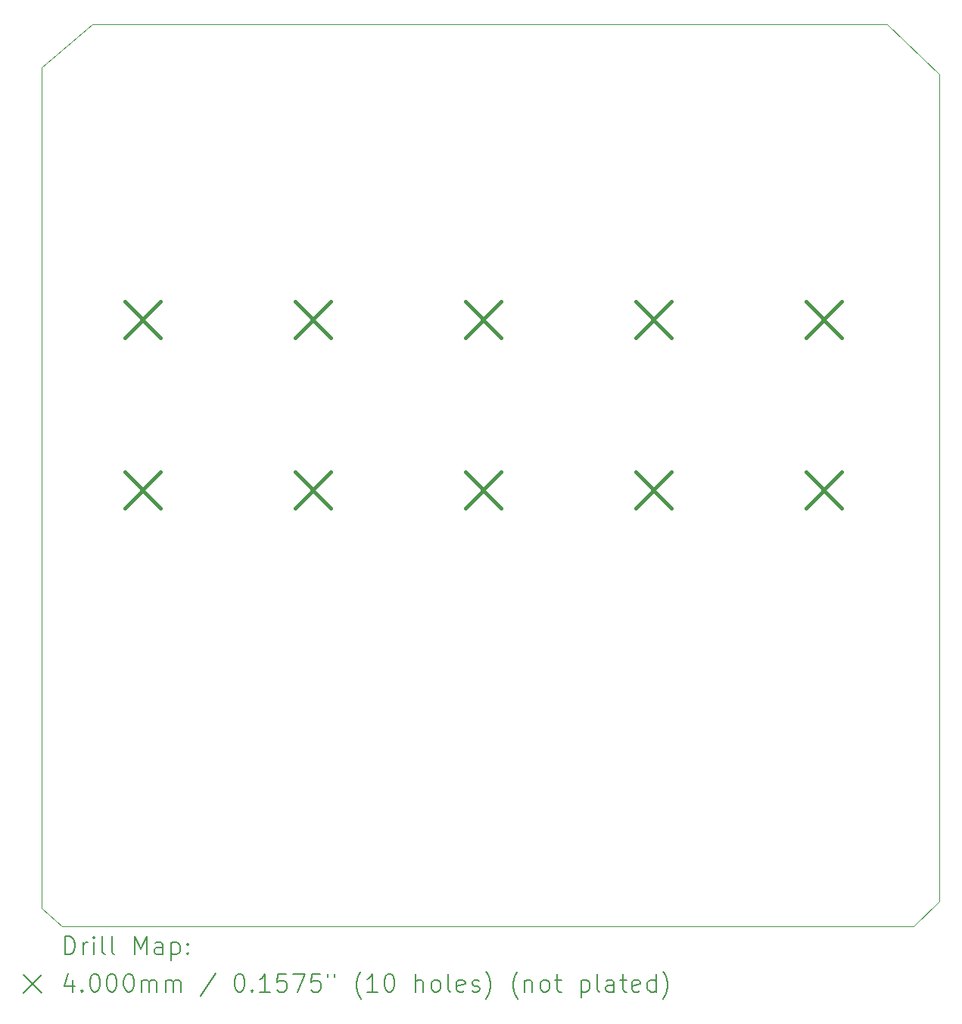
<source format=gbr>
%TF.GenerationSoftware,KiCad,Pcbnew,9.0.0*%
%TF.CreationDate,2025-06-15T15:41:05+02:00*%
%TF.ProjectId,8-bit computer_Keypad_Module_Right,382d6269-7420-4636-9f6d-70757465725f,rev?*%
%TF.SameCoordinates,Original*%
%TF.FileFunction,Drillmap*%
%TF.FilePolarity,Positive*%
%FSLAX45Y45*%
G04 Gerber Fmt 4.5, Leading zero omitted, Abs format (unit mm)*
G04 Created by KiCad (PCBNEW 9.0.0) date 2025-06-15 15:41:05*
%MOMM*%
%LPD*%
G01*
G04 APERTURE LIST*
%ADD10C,0.050000*%
%ADD11C,0.200000*%
%ADD12C,0.400000*%
G04 APERTURE END LIST*
D10*
X9140000Y-13634000D02*
X9140000Y-4830000D01*
X18891250Y-14097000D02*
X18700750Y-14097000D01*
X10210800Y-4013200D02*
X9956800Y-4013200D01*
X9140000Y-13895354D02*
X9366250Y-14097000D01*
X9956800Y-4013200D02*
X9702800Y-4013200D01*
X9140000Y-4830000D02*
X9140000Y-4498340D01*
X18592800Y-4013200D02*
X19177000Y-4572000D01*
X18700750Y-14097000D02*
X9429750Y-14097000D01*
X9140000Y-13634000D02*
X9140000Y-13895354D01*
X10210800Y-4013200D02*
X18592800Y-4013200D01*
X19177000Y-13817600D02*
X18891250Y-14097000D01*
X9140000Y-4498340D02*
X9702800Y-4013200D01*
X9366250Y-14097000D02*
X9429750Y-14097000D01*
X19177000Y-4572000D02*
X19177000Y-13817600D01*
D11*
D12*
X10067950Y-7115200D02*
X10467950Y-7515200D01*
X10467950Y-7115200D02*
X10067950Y-7515200D01*
X10067950Y-9020200D02*
X10467950Y-9420200D01*
X10467950Y-9020200D02*
X10067950Y-9420200D01*
X11972950Y-7115200D02*
X12372950Y-7515200D01*
X12372950Y-7115200D02*
X11972950Y-7515200D01*
X11972950Y-9020200D02*
X12372950Y-9420200D01*
X12372950Y-9020200D02*
X11972950Y-9420200D01*
X13877950Y-7115200D02*
X14277950Y-7515200D01*
X14277950Y-7115200D02*
X13877950Y-7515200D01*
X13877950Y-9020200D02*
X14277950Y-9420200D01*
X14277950Y-9020200D02*
X13877950Y-9420200D01*
X15782950Y-7115200D02*
X16182950Y-7515200D01*
X16182950Y-7115200D02*
X15782950Y-7515200D01*
X15782950Y-9020200D02*
X16182950Y-9420200D01*
X16182950Y-9020200D02*
X15782950Y-9420200D01*
X17687950Y-7115200D02*
X18087950Y-7515200D01*
X18087950Y-7115200D02*
X17687950Y-7515200D01*
X17687950Y-9020200D02*
X18087950Y-9420200D01*
X18087950Y-9020200D02*
X17687950Y-9420200D01*
D11*
X9398277Y-14410984D02*
X9398277Y-14210984D01*
X9398277Y-14210984D02*
X9445896Y-14210984D01*
X9445896Y-14210984D02*
X9474467Y-14220508D01*
X9474467Y-14220508D02*
X9493515Y-14239555D01*
X9493515Y-14239555D02*
X9503039Y-14258603D01*
X9503039Y-14258603D02*
X9512563Y-14296698D01*
X9512563Y-14296698D02*
X9512563Y-14325269D01*
X9512563Y-14325269D02*
X9503039Y-14363365D01*
X9503039Y-14363365D02*
X9493515Y-14382412D01*
X9493515Y-14382412D02*
X9474467Y-14401460D01*
X9474467Y-14401460D02*
X9445896Y-14410984D01*
X9445896Y-14410984D02*
X9398277Y-14410984D01*
X9598277Y-14410984D02*
X9598277Y-14277650D01*
X9598277Y-14315746D02*
X9607801Y-14296698D01*
X9607801Y-14296698D02*
X9617324Y-14287174D01*
X9617324Y-14287174D02*
X9636372Y-14277650D01*
X9636372Y-14277650D02*
X9655420Y-14277650D01*
X9722086Y-14410984D02*
X9722086Y-14277650D01*
X9722086Y-14210984D02*
X9712563Y-14220508D01*
X9712563Y-14220508D02*
X9722086Y-14230031D01*
X9722086Y-14230031D02*
X9731610Y-14220508D01*
X9731610Y-14220508D02*
X9722086Y-14210984D01*
X9722086Y-14210984D02*
X9722086Y-14230031D01*
X9845896Y-14410984D02*
X9826848Y-14401460D01*
X9826848Y-14401460D02*
X9817324Y-14382412D01*
X9817324Y-14382412D02*
X9817324Y-14210984D01*
X9950658Y-14410984D02*
X9931610Y-14401460D01*
X9931610Y-14401460D02*
X9922086Y-14382412D01*
X9922086Y-14382412D02*
X9922086Y-14210984D01*
X10179229Y-14410984D02*
X10179229Y-14210984D01*
X10179229Y-14210984D02*
X10245896Y-14353841D01*
X10245896Y-14353841D02*
X10312563Y-14210984D01*
X10312563Y-14210984D02*
X10312563Y-14410984D01*
X10493515Y-14410984D02*
X10493515Y-14306222D01*
X10493515Y-14306222D02*
X10483991Y-14287174D01*
X10483991Y-14287174D02*
X10464944Y-14277650D01*
X10464944Y-14277650D02*
X10426848Y-14277650D01*
X10426848Y-14277650D02*
X10407801Y-14287174D01*
X10493515Y-14401460D02*
X10474467Y-14410984D01*
X10474467Y-14410984D02*
X10426848Y-14410984D01*
X10426848Y-14410984D02*
X10407801Y-14401460D01*
X10407801Y-14401460D02*
X10398277Y-14382412D01*
X10398277Y-14382412D02*
X10398277Y-14363365D01*
X10398277Y-14363365D02*
X10407801Y-14344317D01*
X10407801Y-14344317D02*
X10426848Y-14334793D01*
X10426848Y-14334793D02*
X10474467Y-14334793D01*
X10474467Y-14334793D02*
X10493515Y-14325269D01*
X10588753Y-14277650D02*
X10588753Y-14477650D01*
X10588753Y-14287174D02*
X10607801Y-14277650D01*
X10607801Y-14277650D02*
X10645896Y-14277650D01*
X10645896Y-14277650D02*
X10664944Y-14287174D01*
X10664944Y-14287174D02*
X10674467Y-14296698D01*
X10674467Y-14296698D02*
X10683991Y-14315746D01*
X10683991Y-14315746D02*
X10683991Y-14372888D01*
X10683991Y-14372888D02*
X10674467Y-14391936D01*
X10674467Y-14391936D02*
X10664944Y-14401460D01*
X10664944Y-14401460D02*
X10645896Y-14410984D01*
X10645896Y-14410984D02*
X10607801Y-14410984D01*
X10607801Y-14410984D02*
X10588753Y-14401460D01*
X10769705Y-14391936D02*
X10779229Y-14401460D01*
X10779229Y-14401460D02*
X10769705Y-14410984D01*
X10769705Y-14410984D02*
X10760182Y-14401460D01*
X10760182Y-14401460D02*
X10769705Y-14391936D01*
X10769705Y-14391936D02*
X10769705Y-14410984D01*
X10769705Y-14287174D02*
X10779229Y-14296698D01*
X10779229Y-14296698D02*
X10769705Y-14306222D01*
X10769705Y-14306222D02*
X10760182Y-14296698D01*
X10760182Y-14296698D02*
X10769705Y-14287174D01*
X10769705Y-14287174D02*
X10769705Y-14306222D01*
X8937500Y-14639500D02*
X9137500Y-14839500D01*
X9137500Y-14639500D02*
X8937500Y-14839500D01*
X9483991Y-14697650D02*
X9483991Y-14830984D01*
X9436372Y-14621460D02*
X9388753Y-14764317D01*
X9388753Y-14764317D02*
X9512563Y-14764317D01*
X9588753Y-14811936D02*
X9598277Y-14821460D01*
X9598277Y-14821460D02*
X9588753Y-14830984D01*
X9588753Y-14830984D02*
X9579229Y-14821460D01*
X9579229Y-14821460D02*
X9588753Y-14811936D01*
X9588753Y-14811936D02*
X9588753Y-14830984D01*
X9722086Y-14630984D02*
X9741134Y-14630984D01*
X9741134Y-14630984D02*
X9760182Y-14640508D01*
X9760182Y-14640508D02*
X9769705Y-14650031D01*
X9769705Y-14650031D02*
X9779229Y-14669079D01*
X9779229Y-14669079D02*
X9788753Y-14707174D01*
X9788753Y-14707174D02*
X9788753Y-14754793D01*
X9788753Y-14754793D02*
X9779229Y-14792888D01*
X9779229Y-14792888D02*
X9769705Y-14811936D01*
X9769705Y-14811936D02*
X9760182Y-14821460D01*
X9760182Y-14821460D02*
X9741134Y-14830984D01*
X9741134Y-14830984D02*
X9722086Y-14830984D01*
X9722086Y-14830984D02*
X9703039Y-14821460D01*
X9703039Y-14821460D02*
X9693515Y-14811936D01*
X9693515Y-14811936D02*
X9683991Y-14792888D01*
X9683991Y-14792888D02*
X9674467Y-14754793D01*
X9674467Y-14754793D02*
X9674467Y-14707174D01*
X9674467Y-14707174D02*
X9683991Y-14669079D01*
X9683991Y-14669079D02*
X9693515Y-14650031D01*
X9693515Y-14650031D02*
X9703039Y-14640508D01*
X9703039Y-14640508D02*
X9722086Y-14630984D01*
X9912563Y-14630984D02*
X9931610Y-14630984D01*
X9931610Y-14630984D02*
X9950658Y-14640508D01*
X9950658Y-14640508D02*
X9960182Y-14650031D01*
X9960182Y-14650031D02*
X9969705Y-14669079D01*
X9969705Y-14669079D02*
X9979229Y-14707174D01*
X9979229Y-14707174D02*
X9979229Y-14754793D01*
X9979229Y-14754793D02*
X9969705Y-14792888D01*
X9969705Y-14792888D02*
X9960182Y-14811936D01*
X9960182Y-14811936D02*
X9950658Y-14821460D01*
X9950658Y-14821460D02*
X9931610Y-14830984D01*
X9931610Y-14830984D02*
X9912563Y-14830984D01*
X9912563Y-14830984D02*
X9893515Y-14821460D01*
X9893515Y-14821460D02*
X9883991Y-14811936D01*
X9883991Y-14811936D02*
X9874467Y-14792888D01*
X9874467Y-14792888D02*
X9864944Y-14754793D01*
X9864944Y-14754793D02*
X9864944Y-14707174D01*
X9864944Y-14707174D02*
X9874467Y-14669079D01*
X9874467Y-14669079D02*
X9883991Y-14650031D01*
X9883991Y-14650031D02*
X9893515Y-14640508D01*
X9893515Y-14640508D02*
X9912563Y-14630984D01*
X10103039Y-14630984D02*
X10122086Y-14630984D01*
X10122086Y-14630984D02*
X10141134Y-14640508D01*
X10141134Y-14640508D02*
X10150658Y-14650031D01*
X10150658Y-14650031D02*
X10160182Y-14669079D01*
X10160182Y-14669079D02*
X10169705Y-14707174D01*
X10169705Y-14707174D02*
X10169705Y-14754793D01*
X10169705Y-14754793D02*
X10160182Y-14792888D01*
X10160182Y-14792888D02*
X10150658Y-14811936D01*
X10150658Y-14811936D02*
X10141134Y-14821460D01*
X10141134Y-14821460D02*
X10122086Y-14830984D01*
X10122086Y-14830984D02*
X10103039Y-14830984D01*
X10103039Y-14830984D02*
X10083991Y-14821460D01*
X10083991Y-14821460D02*
X10074467Y-14811936D01*
X10074467Y-14811936D02*
X10064944Y-14792888D01*
X10064944Y-14792888D02*
X10055420Y-14754793D01*
X10055420Y-14754793D02*
X10055420Y-14707174D01*
X10055420Y-14707174D02*
X10064944Y-14669079D01*
X10064944Y-14669079D02*
X10074467Y-14650031D01*
X10074467Y-14650031D02*
X10083991Y-14640508D01*
X10083991Y-14640508D02*
X10103039Y-14630984D01*
X10255420Y-14830984D02*
X10255420Y-14697650D01*
X10255420Y-14716698D02*
X10264944Y-14707174D01*
X10264944Y-14707174D02*
X10283991Y-14697650D01*
X10283991Y-14697650D02*
X10312563Y-14697650D01*
X10312563Y-14697650D02*
X10331610Y-14707174D01*
X10331610Y-14707174D02*
X10341134Y-14726222D01*
X10341134Y-14726222D02*
X10341134Y-14830984D01*
X10341134Y-14726222D02*
X10350658Y-14707174D01*
X10350658Y-14707174D02*
X10369705Y-14697650D01*
X10369705Y-14697650D02*
X10398277Y-14697650D01*
X10398277Y-14697650D02*
X10417325Y-14707174D01*
X10417325Y-14707174D02*
X10426848Y-14726222D01*
X10426848Y-14726222D02*
X10426848Y-14830984D01*
X10522086Y-14830984D02*
X10522086Y-14697650D01*
X10522086Y-14716698D02*
X10531610Y-14707174D01*
X10531610Y-14707174D02*
X10550658Y-14697650D01*
X10550658Y-14697650D02*
X10579229Y-14697650D01*
X10579229Y-14697650D02*
X10598277Y-14707174D01*
X10598277Y-14707174D02*
X10607801Y-14726222D01*
X10607801Y-14726222D02*
X10607801Y-14830984D01*
X10607801Y-14726222D02*
X10617325Y-14707174D01*
X10617325Y-14707174D02*
X10636372Y-14697650D01*
X10636372Y-14697650D02*
X10664944Y-14697650D01*
X10664944Y-14697650D02*
X10683991Y-14707174D01*
X10683991Y-14707174D02*
X10693515Y-14726222D01*
X10693515Y-14726222D02*
X10693515Y-14830984D01*
X11083991Y-14621460D02*
X10912563Y-14878603D01*
X11341134Y-14630984D02*
X11360182Y-14630984D01*
X11360182Y-14630984D02*
X11379229Y-14640508D01*
X11379229Y-14640508D02*
X11388753Y-14650031D01*
X11388753Y-14650031D02*
X11398277Y-14669079D01*
X11398277Y-14669079D02*
X11407801Y-14707174D01*
X11407801Y-14707174D02*
X11407801Y-14754793D01*
X11407801Y-14754793D02*
X11398277Y-14792888D01*
X11398277Y-14792888D02*
X11388753Y-14811936D01*
X11388753Y-14811936D02*
X11379229Y-14821460D01*
X11379229Y-14821460D02*
X11360182Y-14830984D01*
X11360182Y-14830984D02*
X11341134Y-14830984D01*
X11341134Y-14830984D02*
X11322086Y-14821460D01*
X11322086Y-14821460D02*
X11312563Y-14811936D01*
X11312563Y-14811936D02*
X11303039Y-14792888D01*
X11303039Y-14792888D02*
X11293515Y-14754793D01*
X11293515Y-14754793D02*
X11293515Y-14707174D01*
X11293515Y-14707174D02*
X11303039Y-14669079D01*
X11303039Y-14669079D02*
X11312563Y-14650031D01*
X11312563Y-14650031D02*
X11322086Y-14640508D01*
X11322086Y-14640508D02*
X11341134Y-14630984D01*
X11493515Y-14811936D02*
X11503039Y-14821460D01*
X11503039Y-14821460D02*
X11493515Y-14830984D01*
X11493515Y-14830984D02*
X11483991Y-14821460D01*
X11483991Y-14821460D02*
X11493515Y-14811936D01*
X11493515Y-14811936D02*
X11493515Y-14830984D01*
X11693515Y-14830984D02*
X11579229Y-14830984D01*
X11636372Y-14830984D02*
X11636372Y-14630984D01*
X11636372Y-14630984D02*
X11617325Y-14659555D01*
X11617325Y-14659555D02*
X11598277Y-14678603D01*
X11598277Y-14678603D02*
X11579229Y-14688127D01*
X11874467Y-14630984D02*
X11779229Y-14630984D01*
X11779229Y-14630984D02*
X11769706Y-14726222D01*
X11769706Y-14726222D02*
X11779229Y-14716698D01*
X11779229Y-14716698D02*
X11798277Y-14707174D01*
X11798277Y-14707174D02*
X11845896Y-14707174D01*
X11845896Y-14707174D02*
X11864944Y-14716698D01*
X11864944Y-14716698D02*
X11874467Y-14726222D01*
X11874467Y-14726222D02*
X11883991Y-14745269D01*
X11883991Y-14745269D02*
X11883991Y-14792888D01*
X11883991Y-14792888D02*
X11874467Y-14811936D01*
X11874467Y-14811936D02*
X11864944Y-14821460D01*
X11864944Y-14821460D02*
X11845896Y-14830984D01*
X11845896Y-14830984D02*
X11798277Y-14830984D01*
X11798277Y-14830984D02*
X11779229Y-14821460D01*
X11779229Y-14821460D02*
X11769706Y-14811936D01*
X11950658Y-14630984D02*
X12083991Y-14630984D01*
X12083991Y-14630984D02*
X11998277Y-14830984D01*
X12255420Y-14630984D02*
X12160182Y-14630984D01*
X12160182Y-14630984D02*
X12150658Y-14726222D01*
X12150658Y-14726222D02*
X12160182Y-14716698D01*
X12160182Y-14716698D02*
X12179229Y-14707174D01*
X12179229Y-14707174D02*
X12226848Y-14707174D01*
X12226848Y-14707174D02*
X12245896Y-14716698D01*
X12245896Y-14716698D02*
X12255420Y-14726222D01*
X12255420Y-14726222D02*
X12264944Y-14745269D01*
X12264944Y-14745269D02*
X12264944Y-14792888D01*
X12264944Y-14792888D02*
X12255420Y-14811936D01*
X12255420Y-14811936D02*
X12245896Y-14821460D01*
X12245896Y-14821460D02*
X12226848Y-14830984D01*
X12226848Y-14830984D02*
X12179229Y-14830984D01*
X12179229Y-14830984D02*
X12160182Y-14821460D01*
X12160182Y-14821460D02*
X12150658Y-14811936D01*
X12341134Y-14630984D02*
X12341134Y-14669079D01*
X12417325Y-14630984D02*
X12417325Y-14669079D01*
X12712563Y-14907174D02*
X12703039Y-14897650D01*
X12703039Y-14897650D02*
X12683991Y-14869079D01*
X12683991Y-14869079D02*
X12674468Y-14850031D01*
X12674468Y-14850031D02*
X12664944Y-14821460D01*
X12664944Y-14821460D02*
X12655420Y-14773841D01*
X12655420Y-14773841D02*
X12655420Y-14735746D01*
X12655420Y-14735746D02*
X12664944Y-14688127D01*
X12664944Y-14688127D02*
X12674468Y-14659555D01*
X12674468Y-14659555D02*
X12683991Y-14640508D01*
X12683991Y-14640508D02*
X12703039Y-14611936D01*
X12703039Y-14611936D02*
X12712563Y-14602412D01*
X12893515Y-14830984D02*
X12779229Y-14830984D01*
X12836372Y-14830984D02*
X12836372Y-14630984D01*
X12836372Y-14630984D02*
X12817325Y-14659555D01*
X12817325Y-14659555D02*
X12798277Y-14678603D01*
X12798277Y-14678603D02*
X12779229Y-14688127D01*
X13017325Y-14630984D02*
X13036372Y-14630984D01*
X13036372Y-14630984D02*
X13055420Y-14640508D01*
X13055420Y-14640508D02*
X13064944Y-14650031D01*
X13064944Y-14650031D02*
X13074468Y-14669079D01*
X13074468Y-14669079D02*
X13083991Y-14707174D01*
X13083991Y-14707174D02*
X13083991Y-14754793D01*
X13083991Y-14754793D02*
X13074468Y-14792888D01*
X13074468Y-14792888D02*
X13064944Y-14811936D01*
X13064944Y-14811936D02*
X13055420Y-14821460D01*
X13055420Y-14821460D02*
X13036372Y-14830984D01*
X13036372Y-14830984D02*
X13017325Y-14830984D01*
X13017325Y-14830984D02*
X12998277Y-14821460D01*
X12998277Y-14821460D02*
X12988753Y-14811936D01*
X12988753Y-14811936D02*
X12979229Y-14792888D01*
X12979229Y-14792888D02*
X12969706Y-14754793D01*
X12969706Y-14754793D02*
X12969706Y-14707174D01*
X12969706Y-14707174D02*
X12979229Y-14669079D01*
X12979229Y-14669079D02*
X12988753Y-14650031D01*
X12988753Y-14650031D02*
X12998277Y-14640508D01*
X12998277Y-14640508D02*
X13017325Y-14630984D01*
X13322087Y-14830984D02*
X13322087Y-14630984D01*
X13407801Y-14830984D02*
X13407801Y-14726222D01*
X13407801Y-14726222D02*
X13398277Y-14707174D01*
X13398277Y-14707174D02*
X13379230Y-14697650D01*
X13379230Y-14697650D02*
X13350658Y-14697650D01*
X13350658Y-14697650D02*
X13331610Y-14707174D01*
X13331610Y-14707174D02*
X13322087Y-14716698D01*
X13531610Y-14830984D02*
X13512563Y-14821460D01*
X13512563Y-14821460D02*
X13503039Y-14811936D01*
X13503039Y-14811936D02*
X13493515Y-14792888D01*
X13493515Y-14792888D02*
X13493515Y-14735746D01*
X13493515Y-14735746D02*
X13503039Y-14716698D01*
X13503039Y-14716698D02*
X13512563Y-14707174D01*
X13512563Y-14707174D02*
X13531610Y-14697650D01*
X13531610Y-14697650D02*
X13560182Y-14697650D01*
X13560182Y-14697650D02*
X13579230Y-14707174D01*
X13579230Y-14707174D02*
X13588753Y-14716698D01*
X13588753Y-14716698D02*
X13598277Y-14735746D01*
X13598277Y-14735746D02*
X13598277Y-14792888D01*
X13598277Y-14792888D02*
X13588753Y-14811936D01*
X13588753Y-14811936D02*
X13579230Y-14821460D01*
X13579230Y-14821460D02*
X13560182Y-14830984D01*
X13560182Y-14830984D02*
X13531610Y-14830984D01*
X13712563Y-14830984D02*
X13693515Y-14821460D01*
X13693515Y-14821460D02*
X13683991Y-14802412D01*
X13683991Y-14802412D02*
X13683991Y-14630984D01*
X13864944Y-14821460D02*
X13845896Y-14830984D01*
X13845896Y-14830984D02*
X13807801Y-14830984D01*
X13807801Y-14830984D02*
X13788753Y-14821460D01*
X13788753Y-14821460D02*
X13779230Y-14802412D01*
X13779230Y-14802412D02*
X13779230Y-14726222D01*
X13779230Y-14726222D02*
X13788753Y-14707174D01*
X13788753Y-14707174D02*
X13807801Y-14697650D01*
X13807801Y-14697650D02*
X13845896Y-14697650D01*
X13845896Y-14697650D02*
X13864944Y-14707174D01*
X13864944Y-14707174D02*
X13874468Y-14726222D01*
X13874468Y-14726222D02*
X13874468Y-14745269D01*
X13874468Y-14745269D02*
X13779230Y-14764317D01*
X13950658Y-14821460D02*
X13969706Y-14830984D01*
X13969706Y-14830984D02*
X14007801Y-14830984D01*
X14007801Y-14830984D02*
X14026849Y-14821460D01*
X14026849Y-14821460D02*
X14036372Y-14802412D01*
X14036372Y-14802412D02*
X14036372Y-14792888D01*
X14036372Y-14792888D02*
X14026849Y-14773841D01*
X14026849Y-14773841D02*
X14007801Y-14764317D01*
X14007801Y-14764317D02*
X13979230Y-14764317D01*
X13979230Y-14764317D02*
X13960182Y-14754793D01*
X13960182Y-14754793D02*
X13950658Y-14735746D01*
X13950658Y-14735746D02*
X13950658Y-14726222D01*
X13950658Y-14726222D02*
X13960182Y-14707174D01*
X13960182Y-14707174D02*
X13979230Y-14697650D01*
X13979230Y-14697650D02*
X14007801Y-14697650D01*
X14007801Y-14697650D02*
X14026849Y-14707174D01*
X14103039Y-14907174D02*
X14112563Y-14897650D01*
X14112563Y-14897650D02*
X14131611Y-14869079D01*
X14131611Y-14869079D02*
X14141134Y-14850031D01*
X14141134Y-14850031D02*
X14150658Y-14821460D01*
X14150658Y-14821460D02*
X14160182Y-14773841D01*
X14160182Y-14773841D02*
X14160182Y-14735746D01*
X14160182Y-14735746D02*
X14150658Y-14688127D01*
X14150658Y-14688127D02*
X14141134Y-14659555D01*
X14141134Y-14659555D02*
X14131611Y-14640508D01*
X14131611Y-14640508D02*
X14112563Y-14611936D01*
X14112563Y-14611936D02*
X14103039Y-14602412D01*
X14464944Y-14907174D02*
X14455420Y-14897650D01*
X14455420Y-14897650D02*
X14436372Y-14869079D01*
X14436372Y-14869079D02*
X14426849Y-14850031D01*
X14426849Y-14850031D02*
X14417325Y-14821460D01*
X14417325Y-14821460D02*
X14407801Y-14773841D01*
X14407801Y-14773841D02*
X14407801Y-14735746D01*
X14407801Y-14735746D02*
X14417325Y-14688127D01*
X14417325Y-14688127D02*
X14426849Y-14659555D01*
X14426849Y-14659555D02*
X14436372Y-14640508D01*
X14436372Y-14640508D02*
X14455420Y-14611936D01*
X14455420Y-14611936D02*
X14464944Y-14602412D01*
X14541134Y-14697650D02*
X14541134Y-14830984D01*
X14541134Y-14716698D02*
X14550658Y-14707174D01*
X14550658Y-14707174D02*
X14569706Y-14697650D01*
X14569706Y-14697650D02*
X14598277Y-14697650D01*
X14598277Y-14697650D02*
X14617325Y-14707174D01*
X14617325Y-14707174D02*
X14626849Y-14726222D01*
X14626849Y-14726222D02*
X14626849Y-14830984D01*
X14750658Y-14830984D02*
X14731611Y-14821460D01*
X14731611Y-14821460D02*
X14722087Y-14811936D01*
X14722087Y-14811936D02*
X14712563Y-14792888D01*
X14712563Y-14792888D02*
X14712563Y-14735746D01*
X14712563Y-14735746D02*
X14722087Y-14716698D01*
X14722087Y-14716698D02*
X14731611Y-14707174D01*
X14731611Y-14707174D02*
X14750658Y-14697650D01*
X14750658Y-14697650D02*
X14779230Y-14697650D01*
X14779230Y-14697650D02*
X14798277Y-14707174D01*
X14798277Y-14707174D02*
X14807801Y-14716698D01*
X14807801Y-14716698D02*
X14817325Y-14735746D01*
X14817325Y-14735746D02*
X14817325Y-14792888D01*
X14817325Y-14792888D02*
X14807801Y-14811936D01*
X14807801Y-14811936D02*
X14798277Y-14821460D01*
X14798277Y-14821460D02*
X14779230Y-14830984D01*
X14779230Y-14830984D02*
X14750658Y-14830984D01*
X14874468Y-14697650D02*
X14950658Y-14697650D01*
X14903039Y-14630984D02*
X14903039Y-14802412D01*
X14903039Y-14802412D02*
X14912563Y-14821460D01*
X14912563Y-14821460D02*
X14931611Y-14830984D01*
X14931611Y-14830984D02*
X14950658Y-14830984D01*
X15169706Y-14697650D02*
X15169706Y-14897650D01*
X15169706Y-14707174D02*
X15188753Y-14697650D01*
X15188753Y-14697650D02*
X15226849Y-14697650D01*
X15226849Y-14697650D02*
X15245896Y-14707174D01*
X15245896Y-14707174D02*
X15255420Y-14716698D01*
X15255420Y-14716698D02*
X15264944Y-14735746D01*
X15264944Y-14735746D02*
X15264944Y-14792888D01*
X15264944Y-14792888D02*
X15255420Y-14811936D01*
X15255420Y-14811936D02*
X15245896Y-14821460D01*
X15245896Y-14821460D02*
X15226849Y-14830984D01*
X15226849Y-14830984D02*
X15188753Y-14830984D01*
X15188753Y-14830984D02*
X15169706Y-14821460D01*
X15379230Y-14830984D02*
X15360182Y-14821460D01*
X15360182Y-14821460D02*
X15350658Y-14802412D01*
X15350658Y-14802412D02*
X15350658Y-14630984D01*
X15541134Y-14830984D02*
X15541134Y-14726222D01*
X15541134Y-14726222D02*
X15531611Y-14707174D01*
X15531611Y-14707174D02*
X15512563Y-14697650D01*
X15512563Y-14697650D02*
X15474468Y-14697650D01*
X15474468Y-14697650D02*
X15455420Y-14707174D01*
X15541134Y-14821460D02*
X15522087Y-14830984D01*
X15522087Y-14830984D02*
X15474468Y-14830984D01*
X15474468Y-14830984D02*
X15455420Y-14821460D01*
X15455420Y-14821460D02*
X15445896Y-14802412D01*
X15445896Y-14802412D02*
X15445896Y-14783365D01*
X15445896Y-14783365D02*
X15455420Y-14764317D01*
X15455420Y-14764317D02*
X15474468Y-14754793D01*
X15474468Y-14754793D02*
X15522087Y-14754793D01*
X15522087Y-14754793D02*
X15541134Y-14745269D01*
X15607801Y-14697650D02*
X15683992Y-14697650D01*
X15636373Y-14630984D02*
X15636373Y-14802412D01*
X15636373Y-14802412D02*
X15645896Y-14821460D01*
X15645896Y-14821460D02*
X15664944Y-14830984D01*
X15664944Y-14830984D02*
X15683992Y-14830984D01*
X15826849Y-14821460D02*
X15807801Y-14830984D01*
X15807801Y-14830984D02*
X15769706Y-14830984D01*
X15769706Y-14830984D02*
X15750658Y-14821460D01*
X15750658Y-14821460D02*
X15741134Y-14802412D01*
X15741134Y-14802412D02*
X15741134Y-14726222D01*
X15741134Y-14726222D02*
X15750658Y-14707174D01*
X15750658Y-14707174D02*
X15769706Y-14697650D01*
X15769706Y-14697650D02*
X15807801Y-14697650D01*
X15807801Y-14697650D02*
X15826849Y-14707174D01*
X15826849Y-14707174D02*
X15836373Y-14726222D01*
X15836373Y-14726222D02*
X15836373Y-14745269D01*
X15836373Y-14745269D02*
X15741134Y-14764317D01*
X16007801Y-14830984D02*
X16007801Y-14630984D01*
X16007801Y-14821460D02*
X15988754Y-14830984D01*
X15988754Y-14830984D02*
X15950658Y-14830984D01*
X15950658Y-14830984D02*
X15931611Y-14821460D01*
X15931611Y-14821460D02*
X15922087Y-14811936D01*
X15922087Y-14811936D02*
X15912563Y-14792888D01*
X15912563Y-14792888D02*
X15912563Y-14735746D01*
X15912563Y-14735746D02*
X15922087Y-14716698D01*
X15922087Y-14716698D02*
X15931611Y-14707174D01*
X15931611Y-14707174D02*
X15950658Y-14697650D01*
X15950658Y-14697650D02*
X15988754Y-14697650D01*
X15988754Y-14697650D02*
X16007801Y-14707174D01*
X16083992Y-14907174D02*
X16093515Y-14897650D01*
X16093515Y-14897650D02*
X16112563Y-14869079D01*
X16112563Y-14869079D02*
X16122087Y-14850031D01*
X16122087Y-14850031D02*
X16131611Y-14821460D01*
X16131611Y-14821460D02*
X16141134Y-14773841D01*
X16141134Y-14773841D02*
X16141134Y-14735746D01*
X16141134Y-14735746D02*
X16131611Y-14688127D01*
X16131611Y-14688127D02*
X16122087Y-14659555D01*
X16122087Y-14659555D02*
X16112563Y-14640508D01*
X16112563Y-14640508D02*
X16093515Y-14611936D01*
X16093515Y-14611936D02*
X16083992Y-14602412D01*
M02*

</source>
